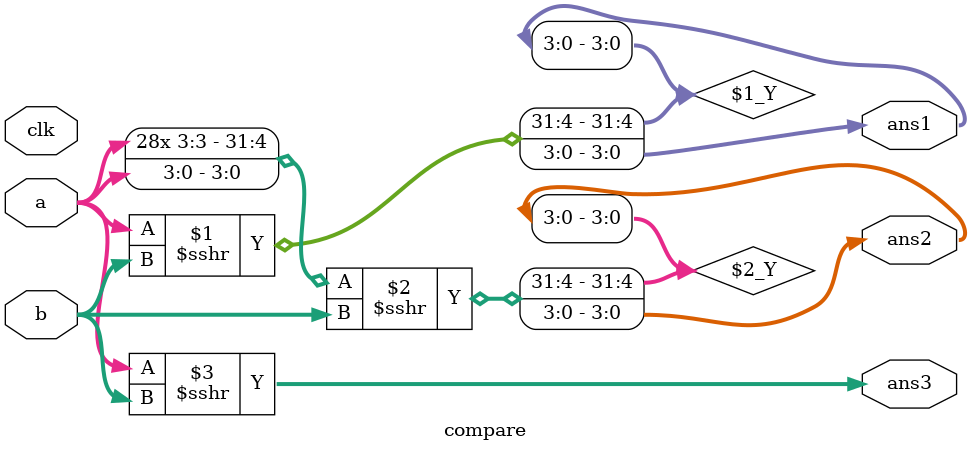
<source format=v>
`timescale 1ns/1ps
module compare(  
    input clk,
    input [3:0] a,
    input [3:0] b,
    output [3:0] ans1,
    output [3:0] ans2,
    output [3:0] ans3
      );
    assign ans1 = (1'b1==1'b1) ? a>>>b : 0;
    assign ans2 = (1'b1==1'b1) ? $signed(a)>>>b : 0;
    assign ans3 = (1'b1==1'b1) ? $signed(a)>>>b : 4'b0;

endmodule
</source>
